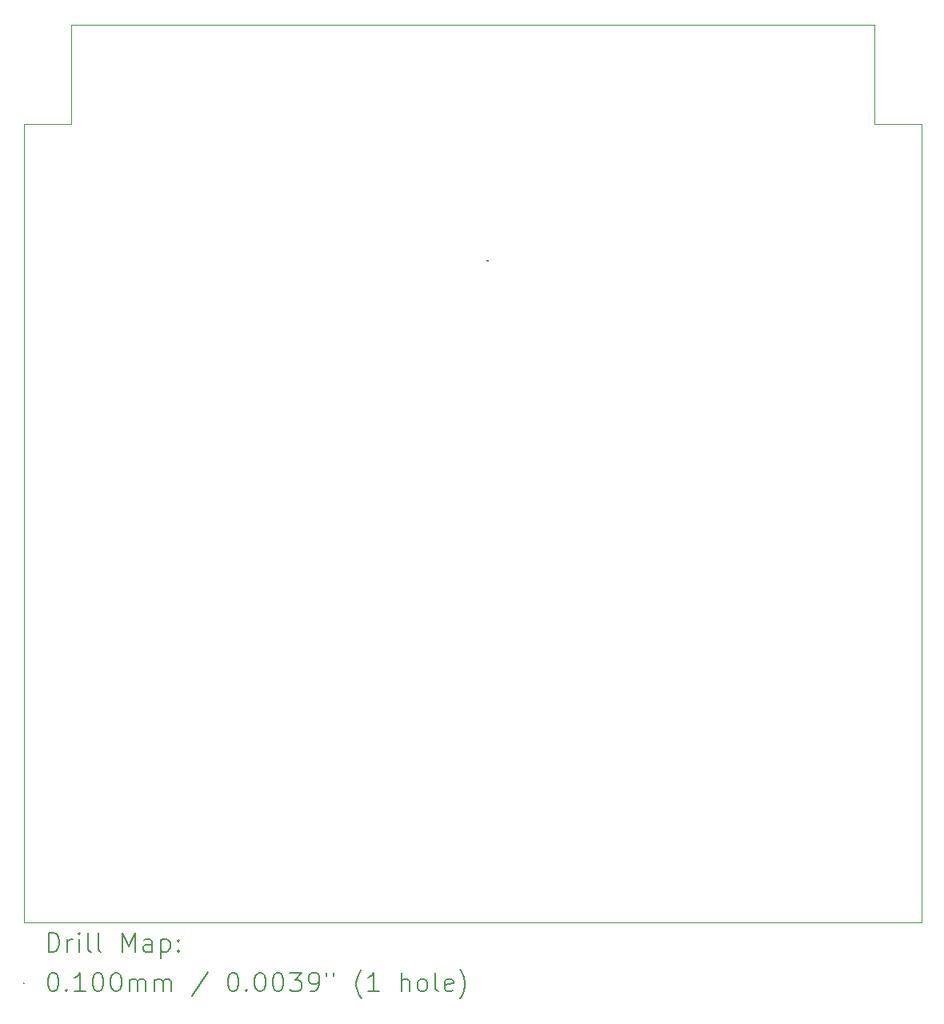
<source format=gbr>
%TF.GenerationSoftware,KiCad,Pcbnew,8.0.0*%
%TF.CreationDate,2025-01-08T23:25:10+02:00*%
%TF.ProjectId,diplomna_2024_pcb_layout,6469706c-6f6d-46e6-915f-323032345f70,rev?*%
%TF.SameCoordinates,Original*%
%TF.FileFunction,Drillmap*%
%TF.FilePolarity,Positive*%
%FSLAX45Y45*%
G04 Gerber Fmt 4.5, Leading zero omitted, Abs format (unit mm)*
G04 Created by KiCad (PCBNEW 8.0.0) date 2025-01-08 23:25:10*
%MOMM*%
%LPD*%
G01*
G04 APERTURE LIST*
%ADD10C,0.050000*%
%ADD11C,0.200000*%
%ADD12C,0.100000*%
G04 APERTURE END LIST*
D10*
X15600000Y-6100000D02*
X16100000Y-6100000D01*
X25100000Y-14550000D02*
X15600000Y-14550000D01*
X24600000Y-6100000D02*
X25100000Y-6100000D01*
X24600000Y-5050000D02*
X24600000Y-6100000D01*
X16100000Y-5050000D02*
X24600000Y-5050000D01*
X16100000Y-6100000D02*
X16100000Y-5050000D01*
X25100000Y-6100000D02*
X25100000Y-14550000D01*
X15600000Y-14550000D02*
X15600000Y-6100000D01*
D11*
D12*
X20495000Y-7545000D02*
X20505000Y-7555000D01*
X20505000Y-7545000D02*
X20495000Y-7555000D01*
D11*
X15858277Y-14863984D02*
X15858277Y-14663984D01*
X15858277Y-14663984D02*
X15905896Y-14663984D01*
X15905896Y-14663984D02*
X15934467Y-14673508D01*
X15934467Y-14673508D02*
X15953515Y-14692555D01*
X15953515Y-14692555D02*
X15963039Y-14711603D01*
X15963039Y-14711603D02*
X15972562Y-14749698D01*
X15972562Y-14749698D02*
X15972562Y-14778269D01*
X15972562Y-14778269D02*
X15963039Y-14816365D01*
X15963039Y-14816365D02*
X15953515Y-14835412D01*
X15953515Y-14835412D02*
X15934467Y-14854460D01*
X15934467Y-14854460D02*
X15905896Y-14863984D01*
X15905896Y-14863984D02*
X15858277Y-14863984D01*
X16058277Y-14863984D02*
X16058277Y-14730650D01*
X16058277Y-14768746D02*
X16067801Y-14749698D01*
X16067801Y-14749698D02*
X16077324Y-14740174D01*
X16077324Y-14740174D02*
X16096372Y-14730650D01*
X16096372Y-14730650D02*
X16115420Y-14730650D01*
X16182086Y-14863984D02*
X16182086Y-14730650D01*
X16182086Y-14663984D02*
X16172562Y-14673508D01*
X16172562Y-14673508D02*
X16182086Y-14683031D01*
X16182086Y-14683031D02*
X16191610Y-14673508D01*
X16191610Y-14673508D02*
X16182086Y-14663984D01*
X16182086Y-14663984D02*
X16182086Y-14683031D01*
X16305896Y-14863984D02*
X16286848Y-14854460D01*
X16286848Y-14854460D02*
X16277324Y-14835412D01*
X16277324Y-14835412D02*
X16277324Y-14663984D01*
X16410658Y-14863984D02*
X16391610Y-14854460D01*
X16391610Y-14854460D02*
X16382086Y-14835412D01*
X16382086Y-14835412D02*
X16382086Y-14663984D01*
X16639229Y-14863984D02*
X16639229Y-14663984D01*
X16639229Y-14663984D02*
X16705896Y-14806841D01*
X16705896Y-14806841D02*
X16772562Y-14663984D01*
X16772562Y-14663984D02*
X16772562Y-14863984D01*
X16953515Y-14863984D02*
X16953515Y-14759222D01*
X16953515Y-14759222D02*
X16943991Y-14740174D01*
X16943991Y-14740174D02*
X16924944Y-14730650D01*
X16924944Y-14730650D02*
X16886848Y-14730650D01*
X16886848Y-14730650D02*
X16867801Y-14740174D01*
X16953515Y-14854460D02*
X16934467Y-14863984D01*
X16934467Y-14863984D02*
X16886848Y-14863984D01*
X16886848Y-14863984D02*
X16867801Y-14854460D01*
X16867801Y-14854460D02*
X16858277Y-14835412D01*
X16858277Y-14835412D02*
X16858277Y-14816365D01*
X16858277Y-14816365D02*
X16867801Y-14797317D01*
X16867801Y-14797317D02*
X16886848Y-14787793D01*
X16886848Y-14787793D02*
X16934467Y-14787793D01*
X16934467Y-14787793D02*
X16953515Y-14778269D01*
X17048753Y-14730650D02*
X17048753Y-14930650D01*
X17048753Y-14740174D02*
X17067801Y-14730650D01*
X17067801Y-14730650D02*
X17105896Y-14730650D01*
X17105896Y-14730650D02*
X17124944Y-14740174D01*
X17124944Y-14740174D02*
X17134467Y-14749698D01*
X17134467Y-14749698D02*
X17143991Y-14768746D01*
X17143991Y-14768746D02*
X17143991Y-14825888D01*
X17143991Y-14825888D02*
X17134467Y-14844936D01*
X17134467Y-14844936D02*
X17124944Y-14854460D01*
X17124944Y-14854460D02*
X17105896Y-14863984D01*
X17105896Y-14863984D02*
X17067801Y-14863984D01*
X17067801Y-14863984D02*
X17048753Y-14854460D01*
X17229705Y-14844936D02*
X17239229Y-14854460D01*
X17239229Y-14854460D02*
X17229705Y-14863984D01*
X17229705Y-14863984D02*
X17220182Y-14854460D01*
X17220182Y-14854460D02*
X17229705Y-14844936D01*
X17229705Y-14844936D02*
X17229705Y-14863984D01*
X17229705Y-14740174D02*
X17239229Y-14749698D01*
X17239229Y-14749698D02*
X17229705Y-14759222D01*
X17229705Y-14759222D02*
X17220182Y-14749698D01*
X17220182Y-14749698D02*
X17229705Y-14740174D01*
X17229705Y-14740174D02*
X17229705Y-14759222D01*
D12*
X15587500Y-15187500D02*
X15597500Y-15197500D01*
X15597500Y-15187500D02*
X15587500Y-15197500D01*
D11*
X15896372Y-15083984D02*
X15915420Y-15083984D01*
X15915420Y-15083984D02*
X15934467Y-15093508D01*
X15934467Y-15093508D02*
X15943991Y-15103031D01*
X15943991Y-15103031D02*
X15953515Y-15122079D01*
X15953515Y-15122079D02*
X15963039Y-15160174D01*
X15963039Y-15160174D02*
X15963039Y-15207793D01*
X15963039Y-15207793D02*
X15953515Y-15245888D01*
X15953515Y-15245888D02*
X15943991Y-15264936D01*
X15943991Y-15264936D02*
X15934467Y-15274460D01*
X15934467Y-15274460D02*
X15915420Y-15283984D01*
X15915420Y-15283984D02*
X15896372Y-15283984D01*
X15896372Y-15283984D02*
X15877324Y-15274460D01*
X15877324Y-15274460D02*
X15867801Y-15264936D01*
X15867801Y-15264936D02*
X15858277Y-15245888D01*
X15858277Y-15245888D02*
X15848753Y-15207793D01*
X15848753Y-15207793D02*
X15848753Y-15160174D01*
X15848753Y-15160174D02*
X15858277Y-15122079D01*
X15858277Y-15122079D02*
X15867801Y-15103031D01*
X15867801Y-15103031D02*
X15877324Y-15093508D01*
X15877324Y-15093508D02*
X15896372Y-15083984D01*
X16048753Y-15264936D02*
X16058277Y-15274460D01*
X16058277Y-15274460D02*
X16048753Y-15283984D01*
X16048753Y-15283984D02*
X16039229Y-15274460D01*
X16039229Y-15274460D02*
X16048753Y-15264936D01*
X16048753Y-15264936D02*
X16048753Y-15283984D01*
X16248753Y-15283984D02*
X16134467Y-15283984D01*
X16191610Y-15283984D02*
X16191610Y-15083984D01*
X16191610Y-15083984D02*
X16172562Y-15112555D01*
X16172562Y-15112555D02*
X16153515Y-15131603D01*
X16153515Y-15131603D02*
X16134467Y-15141127D01*
X16372562Y-15083984D02*
X16391610Y-15083984D01*
X16391610Y-15083984D02*
X16410658Y-15093508D01*
X16410658Y-15093508D02*
X16420182Y-15103031D01*
X16420182Y-15103031D02*
X16429705Y-15122079D01*
X16429705Y-15122079D02*
X16439229Y-15160174D01*
X16439229Y-15160174D02*
X16439229Y-15207793D01*
X16439229Y-15207793D02*
X16429705Y-15245888D01*
X16429705Y-15245888D02*
X16420182Y-15264936D01*
X16420182Y-15264936D02*
X16410658Y-15274460D01*
X16410658Y-15274460D02*
X16391610Y-15283984D01*
X16391610Y-15283984D02*
X16372562Y-15283984D01*
X16372562Y-15283984D02*
X16353515Y-15274460D01*
X16353515Y-15274460D02*
X16343991Y-15264936D01*
X16343991Y-15264936D02*
X16334467Y-15245888D01*
X16334467Y-15245888D02*
X16324943Y-15207793D01*
X16324943Y-15207793D02*
X16324943Y-15160174D01*
X16324943Y-15160174D02*
X16334467Y-15122079D01*
X16334467Y-15122079D02*
X16343991Y-15103031D01*
X16343991Y-15103031D02*
X16353515Y-15093508D01*
X16353515Y-15093508D02*
X16372562Y-15083984D01*
X16563039Y-15083984D02*
X16582086Y-15083984D01*
X16582086Y-15083984D02*
X16601134Y-15093508D01*
X16601134Y-15093508D02*
X16610658Y-15103031D01*
X16610658Y-15103031D02*
X16620182Y-15122079D01*
X16620182Y-15122079D02*
X16629705Y-15160174D01*
X16629705Y-15160174D02*
X16629705Y-15207793D01*
X16629705Y-15207793D02*
X16620182Y-15245888D01*
X16620182Y-15245888D02*
X16610658Y-15264936D01*
X16610658Y-15264936D02*
X16601134Y-15274460D01*
X16601134Y-15274460D02*
X16582086Y-15283984D01*
X16582086Y-15283984D02*
X16563039Y-15283984D01*
X16563039Y-15283984D02*
X16543991Y-15274460D01*
X16543991Y-15274460D02*
X16534467Y-15264936D01*
X16534467Y-15264936D02*
X16524943Y-15245888D01*
X16524943Y-15245888D02*
X16515420Y-15207793D01*
X16515420Y-15207793D02*
X16515420Y-15160174D01*
X16515420Y-15160174D02*
X16524943Y-15122079D01*
X16524943Y-15122079D02*
X16534467Y-15103031D01*
X16534467Y-15103031D02*
X16543991Y-15093508D01*
X16543991Y-15093508D02*
X16563039Y-15083984D01*
X16715420Y-15283984D02*
X16715420Y-15150650D01*
X16715420Y-15169698D02*
X16724943Y-15160174D01*
X16724943Y-15160174D02*
X16743991Y-15150650D01*
X16743991Y-15150650D02*
X16772563Y-15150650D01*
X16772563Y-15150650D02*
X16791610Y-15160174D01*
X16791610Y-15160174D02*
X16801134Y-15179222D01*
X16801134Y-15179222D02*
X16801134Y-15283984D01*
X16801134Y-15179222D02*
X16810658Y-15160174D01*
X16810658Y-15160174D02*
X16829705Y-15150650D01*
X16829705Y-15150650D02*
X16858277Y-15150650D01*
X16858277Y-15150650D02*
X16877325Y-15160174D01*
X16877325Y-15160174D02*
X16886848Y-15179222D01*
X16886848Y-15179222D02*
X16886848Y-15283984D01*
X16982086Y-15283984D02*
X16982086Y-15150650D01*
X16982086Y-15169698D02*
X16991610Y-15160174D01*
X16991610Y-15160174D02*
X17010658Y-15150650D01*
X17010658Y-15150650D02*
X17039229Y-15150650D01*
X17039229Y-15150650D02*
X17058277Y-15160174D01*
X17058277Y-15160174D02*
X17067801Y-15179222D01*
X17067801Y-15179222D02*
X17067801Y-15283984D01*
X17067801Y-15179222D02*
X17077325Y-15160174D01*
X17077325Y-15160174D02*
X17096372Y-15150650D01*
X17096372Y-15150650D02*
X17124944Y-15150650D01*
X17124944Y-15150650D02*
X17143991Y-15160174D01*
X17143991Y-15160174D02*
X17153515Y-15179222D01*
X17153515Y-15179222D02*
X17153515Y-15283984D01*
X17543991Y-15074460D02*
X17372563Y-15331603D01*
X17801134Y-15083984D02*
X17820182Y-15083984D01*
X17820182Y-15083984D02*
X17839229Y-15093508D01*
X17839229Y-15093508D02*
X17848753Y-15103031D01*
X17848753Y-15103031D02*
X17858277Y-15122079D01*
X17858277Y-15122079D02*
X17867801Y-15160174D01*
X17867801Y-15160174D02*
X17867801Y-15207793D01*
X17867801Y-15207793D02*
X17858277Y-15245888D01*
X17858277Y-15245888D02*
X17848753Y-15264936D01*
X17848753Y-15264936D02*
X17839229Y-15274460D01*
X17839229Y-15274460D02*
X17820182Y-15283984D01*
X17820182Y-15283984D02*
X17801134Y-15283984D01*
X17801134Y-15283984D02*
X17782087Y-15274460D01*
X17782087Y-15274460D02*
X17772563Y-15264936D01*
X17772563Y-15264936D02*
X17763039Y-15245888D01*
X17763039Y-15245888D02*
X17753515Y-15207793D01*
X17753515Y-15207793D02*
X17753515Y-15160174D01*
X17753515Y-15160174D02*
X17763039Y-15122079D01*
X17763039Y-15122079D02*
X17772563Y-15103031D01*
X17772563Y-15103031D02*
X17782087Y-15093508D01*
X17782087Y-15093508D02*
X17801134Y-15083984D01*
X17953515Y-15264936D02*
X17963039Y-15274460D01*
X17963039Y-15274460D02*
X17953515Y-15283984D01*
X17953515Y-15283984D02*
X17943991Y-15274460D01*
X17943991Y-15274460D02*
X17953515Y-15264936D01*
X17953515Y-15264936D02*
X17953515Y-15283984D01*
X18086848Y-15083984D02*
X18105896Y-15083984D01*
X18105896Y-15083984D02*
X18124944Y-15093508D01*
X18124944Y-15093508D02*
X18134468Y-15103031D01*
X18134468Y-15103031D02*
X18143991Y-15122079D01*
X18143991Y-15122079D02*
X18153515Y-15160174D01*
X18153515Y-15160174D02*
X18153515Y-15207793D01*
X18153515Y-15207793D02*
X18143991Y-15245888D01*
X18143991Y-15245888D02*
X18134468Y-15264936D01*
X18134468Y-15264936D02*
X18124944Y-15274460D01*
X18124944Y-15274460D02*
X18105896Y-15283984D01*
X18105896Y-15283984D02*
X18086848Y-15283984D01*
X18086848Y-15283984D02*
X18067801Y-15274460D01*
X18067801Y-15274460D02*
X18058277Y-15264936D01*
X18058277Y-15264936D02*
X18048753Y-15245888D01*
X18048753Y-15245888D02*
X18039229Y-15207793D01*
X18039229Y-15207793D02*
X18039229Y-15160174D01*
X18039229Y-15160174D02*
X18048753Y-15122079D01*
X18048753Y-15122079D02*
X18058277Y-15103031D01*
X18058277Y-15103031D02*
X18067801Y-15093508D01*
X18067801Y-15093508D02*
X18086848Y-15083984D01*
X18277325Y-15083984D02*
X18296372Y-15083984D01*
X18296372Y-15083984D02*
X18315420Y-15093508D01*
X18315420Y-15093508D02*
X18324944Y-15103031D01*
X18324944Y-15103031D02*
X18334468Y-15122079D01*
X18334468Y-15122079D02*
X18343991Y-15160174D01*
X18343991Y-15160174D02*
X18343991Y-15207793D01*
X18343991Y-15207793D02*
X18334468Y-15245888D01*
X18334468Y-15245888D02*
X18324944Y-15264936D01*
X18324944Y-15264936D02*
X18315420Y-15274460D01*
X18315420Y-15274460D02*
X18296372Y-15283984D01*
X18296372Y-15283984D02*
X18277325Y-15283984D01*
X18277325Y-15283984D02*
X18258277Y-15274460D01*
X18258277Y-15274460D02*
X18248753Y-15264936D01*
X18248753Y-15264936D02*
X18239229Y-15245888D01*
X18239229Y-15245888D02*
X18229706Y-15207793D01*
X18229706Y-15207793D02*
X18229706Y-15160174D01*
X18229706Y-15160174D02*
X18239229Y-15122079D01*
X18239229Y-15122079D02*
X18248753Y-15103031D01*
X18248753Y-15103031D02*
X18258277Y-15093508D01*
X18258277Y-15093508D02*
X18277325Y-15083984D01*
X18410658Y-15083984D02*
X18534468Y-15083984D01*
X18534468Y-15083984D02*
X18467801Y-15160174D01*
X18467801Y-15160174D02*
X18496372Y-15160174D01*
X18496372Y-15160174D02*
X18515420Y-15169698D01*
X18515420Y-15169698D02*
X18524944Y-15179222D01*
X18524944Y-15179222D02*
X18534468Y-15198269D01*
X18534468Y-15198269D02*
X18534468Y-15245888D01*
X18534468Y-15245888D02*
X18524944Y-15264936D01*
X18524944Y-15264936D02*
X18515420Y-15274460D01*
X18515420Y-15274460D02*
X18496372Y-15283984D01*
X18496372Y-15283984D02*
X18439229Y-15283984D01*
X18439229Y-15283984D02*
X18420182Y-15274460D01*
X18420182Y-15274460D02*
X18410658Y-15264936D01*
X18629706Y-15283984D02*
X18667801Y-15283984D01*
X18667801Y-15283984D02*
X18686849Y-15274460D01*
X18686849Y-15274460D02*
X18696372Y-15264936D01*
X18696372Y-15264936D02*
X18715420Y-15236365D01*
X18715420Y-15236365D02*
X18724944Y-15198269D01*
X18724944Y-15198269D02*
X18724944Y-15122079D01*
X18724944Y-15122079D02*
X18715420Y-15103031D01*
X18715420Y-15103031D02*
X18705896Y-15093508D01*
X18705896Y-15093508D02*
X18686849Y-15083984D01*
X18686849Y-15083984D02*
X18648753Y-15083984D01*
X18648753Y-15083984D02*
X18629706Y-15093508D01*
X18629706Y-15093508D02*
X18620182Y-15103031D01*
X18620182Y-15103031D02*
X18610658Y-15122079D01*
X18610658Y-15122079D02*
X18610658Y-15169698D01*
X18610658Y-15169698D02*
X18620182Y-15188746D01*
X18620182Y-15188746D02*
X18629706Y-15198269D01*
X18629706Y-15198269D02*
X18648753Y-15207793D01*
X18648753Y-15207793D02*
X18686849Y-15207793D01*
X18686849Y-15207793D02*
X18705896Y-15198269D01*
X18705896Y-15198269D02*
X18715420Y-15188746D01*
X18715420Y-15188746D02*
X18724944Y-15169698D01*
X18801134Y-15083984D02*
X18801134Y-15122079D01*
X18877325Y-15083984D02*
X18877325Y-15122079D01*
X19172563Y-15360174D02*
X19163039Y-15350650D01*
X19163039Y-15350650D02*
X19143991Y-15322079D01*
X19143991Y-15322079D02*
X19134468Y-15303031D01*
X19134468Y-15303031D02*
X19124944Y-15274460D01*
X19124944Y-15274460D02*
X19115420Y-15226841D01*
X19115420Y-15226841D02*
X19115420Y-15188746D01*
X19115420Y-15188746D02*
X19124944Y-15141127D01*
X19124944Y-15141127D02*
X19134468Y-15112555D01*
X19134468Y-15112555D02*
X19143991Y-15093508D01*
X19143991Y-15093508D02*
X19163039Y-15064936D01*
X19163039Y-15064936D02*
X19172563Y-15055412D01*
X19353515Y-15283984D02*
X19239230Y-15283984D01*
X19296372Y-15283984D02*
X19296372Y-15083984D01*
X19296372Y-15083984D02*
X19277325Y-15112555D01*
X19277325Y-15112555D02*
X19258277Y-15131603D01*
X19258277Y-15131603D02*
X19239230Y-15141127D01*
X19591611Y-15283984D02*
X19591611Y-15083984D01*
X19677325Y-15283984D02*
X19677325Y-15179222D01*
X19677325Y-15179222D02*
X19667801Y-15160174D01*
X19667801Y-15160174D02*
X19648753Y-15150650D01*
X19648753Y-15150650D02*
X19620182Y-15150650D01*
X19620182Y-15150650D02*
X19601134Y-15160174D01*
X19601134Y-15160174D02*
X19591611Y-15169698D01*
X19801134Y-15283984D02*
X19782087Y-15274460D01*
X19782087Y-15274460D02*
X19772563Y-15264936D01*
X19772563Y-15264936D02*
X19763039Y-15245888D01*
X19763039Y-15245888D02*
X19763039Y-15188746D01*
X19763039Y-15188746D02*
X19772563Y-15169698D01*
X19772563Y-15169698D02*
X19782087Y-15160174D01*
X19782087Y-15160174D02*
X19801134Y-15150650D01*
X19801134Y-15150650D02*
X19829706Y-15150650D01*
X19829706Y-15150650D02*
X19848753Y-15160174D01*
X19848753Y-15160174D02*
X19858277Y-15169698D01*
X19858277Y-15169698D02*
X19867801Y-15188746D01*
X19867801Y-15188746D02*
X19867801Y-15245888D01*
X19867801Y-15245888D02*
X19858277Y-15264936D01*
X19858277Y-15264936D02*
X19848753Y-15274460D01*
X19848753Y-15274460D02*
X19829706Y-15283984D01*
X19829706Y-15283984D02*
X19801134Y-15283984D01*
X19982087Y-15283984D02*
X19963039Y-15274460D01*
X19963039Y-15274460D02*
X19953515Y-15255412D01*
X19953515Y-15255412D02*
X19953515Y-15083984D01*
X20134468Y-15274460D02*
X20115420Y-15283984D01*
X20115420Y-15283984D02*
X20077325Y-15283984D01*
X20077325Y-15283984D02*
X20058277Y-15274460D01*
X20058277Y-15274460D02*
X20048753Y-15255412D01*
X20048753Y-15255412D02*
X20048753Y-15179222D01*
X20048753Y-15179222D02*
X20058277Y-15160174D01*
X20058277Y-15160174D02*
X20077325Y-15150650D01*
X20077325Y-15150650D02*
X20115420Y-15150650D01*
X20115420Y-15150650D02*
X20134468Y-15160174D01*
X20134468Y-15160174D02*
X20143992Y-15179222D01*
X20143992Y-15179222D02*
X20143992Y-15198269D01*
X20143992Y-15198269D02*
X20048753Y-15217317D01*
X20210658Y-15360174D02*
X20220182Y-15350650D01*
X20220182Y-15350650D02*
X20239230Y-15322079D01*
X20239230Y-15322079D02*
X20248753Y-15303031D01*
X20248753Y-15303031D02*
X20258277Y-15274460D01*
X20258277Y-15274460D02*
X20267801Y-15226841D01*
X20267801Y-15226841D02*
X20267801Y-15188746D01*
X20267801Y-15188746D02*
X20258277Y-15141127D01*
X20258277Y-15141127D02*
X20248753Y-15112555D01*
X20248753Y-15112555D02*
X20239230Y-15093508D01*
X20239230Y-15093508D02*
X20220182Y-15064936D01*
X20220182Y-15064936D02*
X20210658Y-15055412D01*
M02*

</source>
